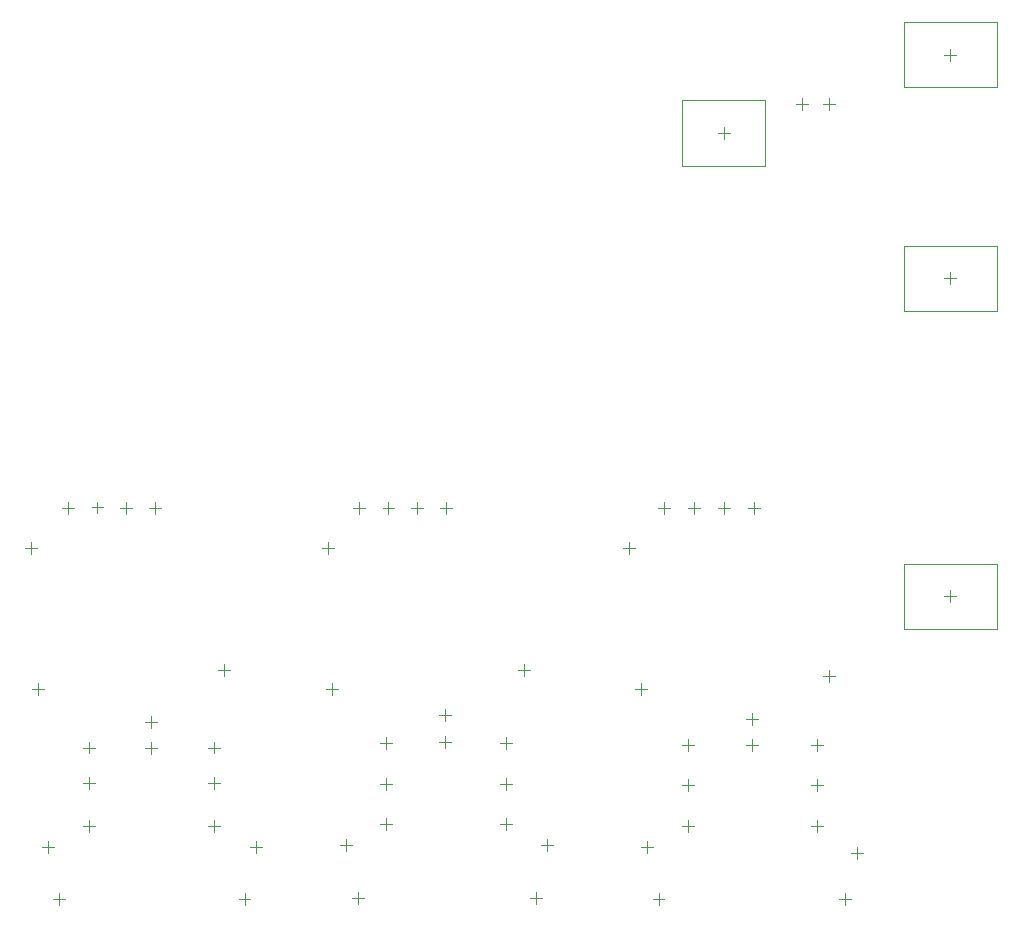
<source format=gbr>
G04 Layer_Color=32768*
%FSLAX26Y26*%
%MOIN*%
%TF.FileFunction,Other,Mechanical_15*%
%TF.Part,Single*%
G01*
G75*
%TA.AperFunction,NonConductor*%
%ADD71C,0.003937*%
%ADD72C,0.001968*%
D71*
X3245315Y1070000D02*
X3284685D01*
X3265000Y1050315D02*
Y1089685D01*
X3245315Y2130000D02*
X3284685D01*
X3265000Y2110315D02*
Y2149685D01*
X3245315Y2875000D02*
X3284685D01*
X3265000Y2855315D02*
Y2894685D01*
X2840315Y2710000D02*
X2879685D01*
X2860000Y2690315D02*
Y2729685D01*
X2750315Y2710000D02*
X2789685D01*
X2770000Y2690315D02*
Y2729685D01*
X2490315Y2615000D02*
X2529685D01*
X2510000Y2595315D02*
Y2634685D01*
X1579370Y655315D02*
Y694685D01*
X1559685Y675000D02*
X1599055D01*
X1784370Y290315D02*
Y329685D01*
X1764685Y310000D02*
X1804055D01*
X1784370Y425315D02*
Y464685D01*
X1764685Y445000D02*
X1804055D01*
X1784370Y560315D02*
Y599685D01*
X1764685Y580000D02*
X1804055D01*
X1902086Y240000D02*
X1941457D01*
X1921772Y220315D02*
Y259685D01*
X1884370Y45315D02*
Y84685D01*
X1864685Y65000D02*
X1904055D01*
X1385000Y560315D02*
Y599685D01*
X1365315Y580000D02*
X1404685D01*
X1384370Y425315D02*
Y464685D01*
X1364685Y445000D02*
X1404055D01*
X1384370Y290315D02*
Y329685D01*
X1364685Y310000D02*
X1404055D01*
X1229685Y240000D02*
X1269055D01*
X1249370Y220315D02*
Y259685D01*
X1289370Y45315D02*
Y84685D01*
X1269685Y65000D02*
X1309055D01*
X1844370Y805315D02*
Y844685D01*
X1824685Y825000D02*
X1864055D01*
X1559685Y585000D02*
X1599055D01*
X1579370Y565315D02*
Y604685D01*
X1190000Y1210315D02*
Y1249685D01*
X1170315Y1230000D02*
X1209685D01*
X580315Y565000D02*
X619685D01*
X600000Y545315D02*
Y584685D01*
X845000Y805315D02*
Y844685D01*
X825315Y825000D02*
X864685D01*
X2860000Y785315D02*
Y824685D01*
X2840315Y805000D02*
X2879685D01*
X2583903Y575539D02*
X2623273D01*
X2603588Y555854D02*
Y595224D01*
X2605000Y640315D02*
Y679685D01*
X2585315Y660000D02*
X2624685D01*
X2915000Y40315D02*
Y79685D01*
X2895315Y60000D02*
X2934685D01*
Y215000D02*
X2974055D01*
X2954370Y195315D02*
Y234685D01*
X2820000Y285315D02*
Y324685D01*
X2800315Y305000D02*
X2839685D01*
X2820000Y420315D02*
Y459685D01*
X2800315Y440000D02*
X2839685D01*
X2820000Y555315D02*
Y594685D01*
X2800315Y575000D02*
X2839685D01*
X2292401Y40315D02*
Y79685D01*
X2272716Y60000D02*
X2312087D01*
X2235315Y235000D02*
X2274685D01*
X2255000Y215315D02*
Y254685D01*
X2390000Y285315D02*
Y324685D01*
X2370315Y305000D02*
X2409685D01*
X2390000Y420315D02*
Y459685D01*
X2370315Y440000D02*
X2409685D01*
X2390000Y555315D02*
Y594685D01*
X2370315Y575000D02*
X2409685D01*
X200000Y1210315D02*
Y1249685D01*
X180315Y1230000D02*
X219685D01*
X1205000Y740315D02*
Y779685D01*
X1185315Y760000D02*
X1224685D01*
X2235000Y740315D02*
Y779685D01*
X2215315Y760000D02*
X2254685D01*
X305315Y1365000D02*
X344685D01*
X325000Y1345315D02*
Y1384685D01*
X1468648Y1365000D02*
X1508018D01*
X1488333Y1345315D02*
Y1384685D01*
X1565315Y1365000D02*
X1604685D01*
X1585000Y1345315D02*
Y1384685D01*
X1392206Y1343903D02*
Y1383273D01*
X1372521Y1363588D02*
X1411891D01*
X1275315Y1365000D02*
X1314685D01*
X1295000Y1345315D02*
Y1384685D01*
X294862Y40315D02*
Y79685D01*
X275177Y60000D02*
X314547D01*
X237775Y235000D02*
X277146D01*
X257461Y215315D02*
Y254685D01*
X912461Y40315D02*
Y79685D01*
X892776Y60000D02*
X932146D01*
X930177Y235000D02*
X969547D01*
X949862Y215315D02*
Y254685D01*
X810000Y285315D02*
Y324685D01*
X790315Y305000D02*
X829685D01*
X395000Y285315D02*
Y324685D01*
X375315Y305000D02*
X414685D01*
X395000Y429248D02*
Y468618D01*
X375315Y448933D02*
X414685D01*
X395000Y546382D02*
Y585752D01*
X375315Y566067D02*
X414685D01*
X810000Y429248D02*
Y468618D01*
X790315Y448933D02*
X829685D01*
X810000Y546382D02*
Y585752D01*
X790315Y566067D02*
X829685D01*
X225000Y740315D02*
Y779685D01*
X205315Y760000D02*
X244685D01*
X600000Y630315D02*
Y669685D01*
X580315Y650000D02*
X619685D01*
X422206Y1346727D02*
Y1386097D01*
X402521Y1366412D02*
X441891D01*
X498648Y1365000D02*
X538018D01*
X518333Y1345315D02*
Y1384685D01*
X595315Y1365000D02*
X634685D01*
X615000Y1345315D02*
Y1384685D01*
X2195000Y1210315D02*
Y1249685D01*
X2175315Y1230000D02*
X2214685D01*
X2290315Y1365000D02*
X2329685D01*
X2310000Y1345315D02*
Y1384685D01*
X2390135Y1365000D02*
X2429505D01*
X2409820Y1345315D02*
Y1384685D01*
X2489955Y1365000D02*
X2529325D01*
X2509640Y1345315D02*
Y1384685D01*
X2610000Y1343903D02*
Y1383273D01*
X2590315Y1363588D02*
X2629685D01*
D72*
X3419528Y961732D02*
Y1178268D01*
X3110472Y961732D02*
Y1178268D01*
Y961732D02*
X3419528D01*
X3110472Y1178268D02*
X3419528D01*
Y2021732D02*
Y2238268D01*
X3110472Y2021732D02*
Y2238268D01*
Y2021732D02*
X3419528D01*
X3110472Y2238268D02*
X3419528D01*
Y2766732D02*
Y2983268D01*
X3110472Y2766732D02*
Y2983268D01*
Y2766732D02*
X3419528D01*
X3110472Y2983268D02*
X3419528D01*
X2371220Y2504764D02*
Y2725236D01*
X2648780Y2504764D02*
Y2725236D01*
X2371220D02*
X2648780D01*
X2371220Y2504764D02*
X2648780D01*
%TF.MD5,69fa8e9ba02d5c65b4ce52bd8596c075*%
M02*

</source>
